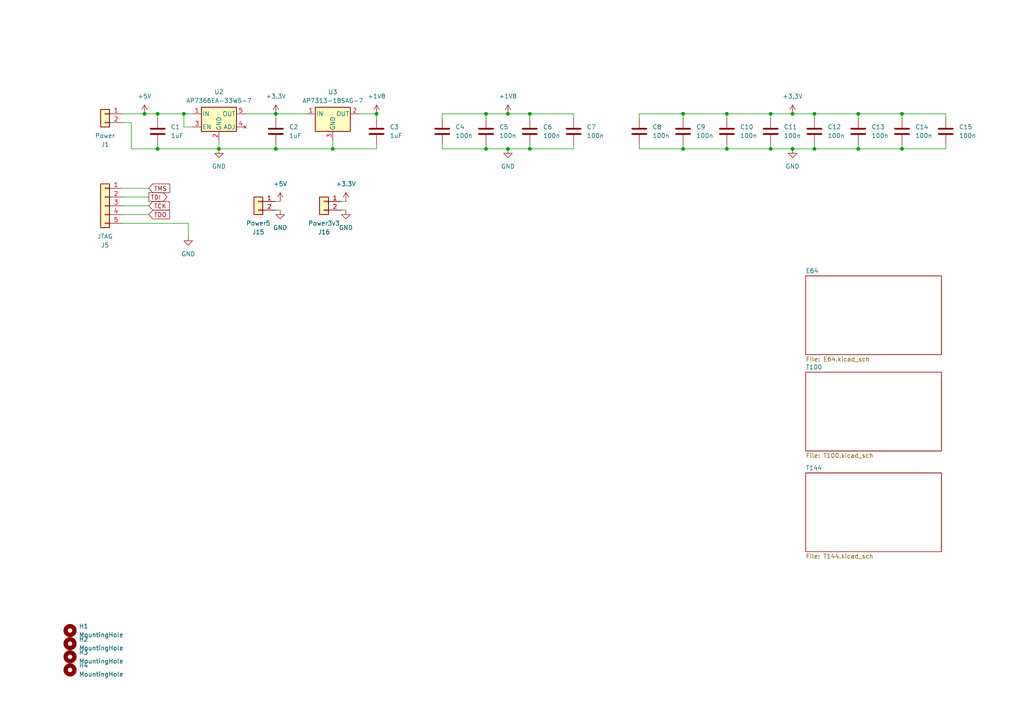
<source format=kicad_sch>
(kicad_sch (version 20230121) (generator eeschema)
  (paper "A4")
  (lib_symbols
    (symbol "0-symbols:AP7313-18SAG-7" (pin_names (offset 0.254))
      (property "Reference" "U" (at -3.81 3.175 0))
      (property "Value" "AP7313-18SAG-7" (at 0 3.175 0))
      (symbol "AP7313-18SAG-7_0_1"
        (rectangle (start -5.08 1.905) (end 5.08 -5.08) (stroke (width 0.254)) (fill (type background)))
      )
      (symbol "AP7313-18SAG-7_1_1"
        (pin power_in line (at -7.62 0 0) (length 2.54) (name "IN") (number "1"))
        (pin power_out line (at 7.62 0 180) (length 2.54) (name "OUT") (number "2"))
        (pin power_in line (at 0 -7.62 90) (length 2.54) (name "GND") (number "3"))
      )
    )
    (symbol "0-symbols:AP7366EA-33W5-7" (pin_names (offset 0.254))
      (property "Reference" "U" (at -3.81 3.175 0))
      (property "Value" "AP7366EA-33W5-7" (at 0 3.175 0))
      (symbol "AP7366EA-33W5-7_0_1"
        (rectangle (start -5.08 1.905) (end 5.08 -5.08) (stroke (width 0.254)) (fill (type background)))
      )
      (symbol "AP7366EA-33W5-7_1_1"
        (pin power_in line (at -7.62 0 0) (length 2.54) (name "IN") (number "1"))
        (pin power_in line (at 0 -7.62 90) (length 2.54) (name "GND") (number "2"))
        (pin input line (at -7.62 -3.81 0) (length 2.54) (name "EN") (number "3"))
        (pin no_connect line (at 7.62 -3.81 180) (length 2.54) (name "ADJ") (number "4"))
        (pin power_out line (at 7.62 0 180) (length 2.54) (name "OUT") (number "5"))
      )
    )
    (symbol "Connector_Generic:Conn_01x02" (pin_names (offset 1.016) hide)
      (property "Reference" "J" (at 0 2.54 0))
      (property "Value" "Conn_01x02" (at 0 -5.08 0))
      (symbol "Conn_01x02_1_1"
        (rectangle (start -1.27 -2.413) (end 0 -2.667) (stroke (width 0.1524)))
        (rectangle (start -1.27 0.127) (end 0 -0.127) (stroke (width 0.1524)))
        (rectangle (start -1.27 1.27) (end 1.27 -3.81) (stroke (width 0.254)) (fill (type background)))
        (pin passive line (at -5.08 0 0) (length 3.81) (name "Pin_1") (number "1"))
        (pin passive line (at -5.08 -2.54 0) (length 3.81) (name "Pin_2") (number "2"))
      )
    )
    (symbol "Connector_Generic:Conn_01x05" (pin_names (offset 1.016) hide)
      (property "Reference" "J" (at 0 7.62 0))
      (property "Value" "Conn_01x05" (at 0 -7.62 0))
      (symbol "Conn_01x05_1_1"
        (rectangle (start -1.27 -4.953) (end 0 -5.207) (stroke (width 0.1524)))
        (rectangle (start -1.27 -2.413) (end 0 -2.667) (stroke (width 0.1524)))
        (rectangle (start -1.27 0.127) (end 0 -0.127) (stroke (width 0.1524)))
        (rectangle (start -1.27 2.667) (end 0 2.413) (stroke (width 0.1524)))
        (rectangle (start -1.27 5.207) (end 0 4.953) (stroke (width 0.1524)))
        (rectangle (start -1.27 6.35) (end 1.27 -6.35) (stroke (width 0.254)) (fill (type background)))
        (pin passive line (at -5.08 5.08 0) (length 3.81) (name "Pin_1") (number "1"))
        (pin passive line (at -5.08 2.54 0) (length 3.81) (name "Pin_2") (number "2"))
        (pin passive line (at -5.08 0 0) (length 3.81) (name "Pin_3") (number "3"))
        (pin passive line (at -5.08 -2.54 0) (length 3.81) (name "Pin_4") (number "4"))
        (pin passive line (at -5.08 -5.08 0) (length 3.81) (name "Pin_5") (number "5"))
      )
    )
    (symbol "Device:C" (pin_numbers hide) (pin_names (offset 0.254))
      (property "Reference" "C" (at 0.635 2.54 0))
      (property "Value" "C" (at 0.635 -2.54 0))
      (symbol "C_0_1"
        (polyline (pts (xy -2.032 -0.762) (xy 2.032 -0.762)) (stroke (width 0.508)))
        (polyline (pts (xy -2.032 0.762) (xy 2.032 0.762)) (stroke (width 0.508)))
      )
      (symbol "C_1_1"
        (pin passive line (at 0 3.81 270) (length 2.794) (name "~") (number "1"))
        (pin passive line (at 0 -3.81 90) (length 2.794) (name "~") (number "2"))
      )
    )
    (symbol "Mechanical:MountingHole" (pin_names (offset 1.016))
      (property "Reference" "H" (at 0 5.08 0))
      (property "Value" "MountingHole" (at 0 3.175 0))
      (symbol "MountingHole_0_1"
        (circle (center 0 0) (radius 1.27) (stroke (width 1.27)))
      )
    )
    (symbol "power:+1V8" (power) (pin_names (offset 0))
      (property "Value" "+1V8" (at 0 3.556 0))
      (symbol "+1V8_0_1"
        (polyline (pts (xy -0.762 1.27) (xy 0 2.54)))
        (polyline (pts (xy 0 0) (xy 0 2.54)))
        (polyline (pts (xy 0 2.54) (xy 0.762 1.27)))
      )
      (symbol "+1V8_1_1"
        (pin power_in line (at 0 0 90) (length 0) hide (name "+1V8") (number "1"))
      )
    )
    (symbol "power:+3.3V" (power) (pin_names (offset 0))
      (property "Value" "+3.3V" (at 0 3.556 0))
      (symbol "+3.3V_0_1"
        (polyline (pts (xy -0.762 1.27) (xy 0 2.54)))
        (polyline (pts (xy 0 0) (xy 0 2.54)))
        (polyline (pts (xy 0 2.54) (xy 0.762 1.27)))
      )
      (symbol "+3.3V_1_1"
        (pin power_in line (at 0 0 90) (length 0) hide (name "+3.3V") (number "1"))
      )
    )
    (symbol "power:+5V" (power) (pin_names (offset 0))
      (property "Value" "+5V" (at 0 3.556 0))
      (symbol "+5V_0_1"
        (polyline (pts (xy -0.762 1.27) (xy 0 2.54)))
        (polyline (pts (xy 0 0) (xy 0 2.54)))
        (polyline (pts (xy 0 2.54) (xy 0.762 1.27)))
      )
      (symbol "+5V_1_1"
        (pin power_in line (at 0 0 90) (length 0) hide (name "+5V") (number "1"))
      )
    )
    (symbol "power:GND" (power) (pin_names (offset 0))
      (property "Value" "GND" (at 0 -3.81 0))
      (symbol "GND_0_1"
        (polyline (pts (xy 0 0) (xy 0 -1.27) (xy 1.27 -1.27) (xy 0 -2.54) (xy -1.27 -1.27) (xy 0 -1.27)))
      )
      (symbol "GND_1_1"
        (pin power_in line (at 0 0 270) (length 0) hide (name "GND") (number "1"))
      )
    )
  )
  (junction (at 198.12 33.02))
  (junction (at 147.32 43.18))
  (junction (at 153.67 43.18))
  (junction (at 45.72 33.02))
  (junction (at 248.92 33.02))
  (junction (at 210.82 33.02))
  (junction (at 261.62 43.18))
  (junction (at 223.52 43.18))
  (junction (at 63.5 43.18))
  (junction (at 140.97 43.18))
  (junction (at 198.12 43.18))
  (junction (at 223.52 33.02))
  (junction (at 236.22 43.18))
  (junction (at 248.92 43.18))
  (junction (at 96.52 43.18))
  (junction (at 261.62 33.02))
  (junction (at 53.34 33.02))
  (junction (at 140.97 33.02))
  (junction (at 229.87 33.02))
  (junction (at 147.32 33.02))
  (junction (at 41.91 33.02))
  (junction (at 236.22 33.02))
  (junction (at 229.87 43.18))
  (junction (at 80.01 43.18))
  (junction (at 45.72 43.18))
  (junction (at 153.67 33.02))
  (junction (at 210.82 43.18))
  (junction (at 109.22 33.02))
  (junction (at 80.01 33.02))
  (wire (pts (xy 35.56 33.02) (xy 41.91 33.02)))
  (wire (pts (xy 99.06 58.42) (xy 100.33 58.42)))
  (wire (pts (xy 153.67 43.18) (xy 166.37 43.18)))
  (wire (pts (xy 80.01 33.02) (xy 80.01 34.29)))
  (wire (pts (xy 210.82 41.91) (xy 210.82 43.18)))
  (wire (pts (xy 35.56 57.15) (xy 43.18 57.15)))
  (wire (pts (xy 53.34 33.02) (xy 53.34 36.83)))
  (wire (pts (xy 153.67 41.91) (xy 153.67 43.18)))
  (wire (pts (xy 166.37 43.18) (xy 166.37 41.91)))
  (wire (pts (xy 198.12 33.02) (xy 210.82 33.02)))
  (wire (pts (xy 248.92 43.18) (xy 261.62 43.18)))
  (wire (pts (xy 45.72 41.91) (xy 45.72 43.18)))
  (wire (pts (xy 185.42 43.18) (xy 185.42 41.91)))
  (wire (pts (xy 53.34 33.02) (xy 55.88 33.02)))
  (wire (pts (xy 80.01 43.18) (xy 80.01 41.91)))
  (wire (pts (xy 236.22 43.18) (xy 236.22 41.91)))
  (wire (pts (xy 38.1 43.18) (xy 38.1 35.56)))
  (wire (pts (xy 198.12 41.91) (xy 198.12 43.18)))
  (wire (pts (xy 185.42 34.29) (xy 185.42 33.02)))
  (wire (pts (xy 35.56 62.23) (xy 43.18 62.23)))
  (wire (pts (xy 80.01 33.02) (xy 88.9 33.02)))
  (wire (pts (xy 147.32 33.02) (xy 153.67 33.02)))
  (wire (pts (xy 236.22 43.18) (xy 248.92 43.18)))
  (wire (pts (xy 45.72 33.02) (xy 53.34 33.02)))
  (wire (pts (xy 63.5 43.18) (xy 45.72 43.18)))
  (wire (pts (xy 223.52 43.18) (xy 229.87 43.18)))
  (wire (pts (xy 128.27 41.91) (xy 128.27 43.18)))
  (wire (pts (xy 185.42 33.02) (xy 198.12 33.02)))
  (wire (pts (xy 80.01 58.42) (xy 81.28 58.42)))
  (wire (pts (xy 128.27 43.18) (xy 140.97 43.18)))
  (wire (pts (xy 223.52 43.18) (xy 210.82 43.18)))
  (wire (pts (xy 153.67 43.18) (xy 147.32 43.18)))
  (wire (pts (xy 80.01 43.18) (xy 96.52 43.18)))
  (wire (pts (xy 99.06 60.96) (xy 100.33 60.96)))
  (wire (pts (xy 80.01 60.96) (xy 81.28 60.96)))
  (wire (pts (xy 128.27 33.02) (xy 140.97 33.02)))
  (wire (pts (xy 198.12 33.02) (xy 198.12 34.29)))
  (wire (pts (xy 109.22 33.02) (xy 109.22 34.29)))
  (wire (pts (xy 274.32 33.02) (xy 274.32 34.29)))
  (wire (pts (xy 166.37 33.02) (xy 166.37 34.29)))
  (wire (pts (xy 261.62 33.02) (xy 274.32 33.02)))
  (wire (pts (xy 54.61 64.77) (xy 54.61 68.58)))
  (wire (pts (xy 261.62 33.02) (xy 261.62 34.29)))
  (wire (pts (xy 198.12 43.18) (xy 210.82 43.18)))
  (wire (pts (xy 35.56 59.69) (xy 43.18 59.69)))
  (wire (pts (xy 153.67 33.02) (xy 166.37 33.02)))
  (wire (pts (xy 210.82 33.02) (xy 210.82 34.29)))
  (wire (pts (xy 63.5 43.18) (xy 63.5 40.64)))
  (wire (pts (xy 210.82 33.02) (xy 223.52 33.02)))
  (wire (pts (xy 96.52 43.18) (xy 109.22 43.18)))
  (wire (pts (xy 140.97 33.02) (xy 140.97 34.29)))
  (wire (pts (xy 63.5 43.18) (xy 80.01 43.18)))
  (wire (pts (xy 223.52 41.91) (xy 223.52 43.18)))
  (wire (pts (xy 248.92 33.02) (xy 248.92 34.29)))
  (wire (pts (xy 55.88 36.83) (xy 53.34 36.83)))
  (wire (pts (xy 223.52 33.02) (xy 223.52 34.29)))
  (wire (pts (xy 38.1 35.56) (xy 35.56 35.56)))
  (wire (pts (xy 229.87 43.18) (xy 236.22 43.18)))
  (wire (pts (xy 140.97 41.91) (xy 140.97 43.18)))
  (wire (pts (xy 109.22 43.18) (xy 109.22 41.91)))
  (wire (pts (xy 153.67 33.02) (xy 153.67 34.29)))
  (wire (pts (xy 45.72 43.18) (xy 38.1 43.18)))
  (wire (pts (xy 261.62 43.18) (xy 274.32 43.18)))
  (wire (pts (xy 229.87 33.02) (xy 236.22 33.02)))
  (wire (pts (xy 261.62 43.18) (xy 261.62 41.91)))
  (wire (pts (xy 104.14 33.02) (xy 109.22 33.02)))
  (wire (pts (xy 248.92 33.02) (xy 261.62 33.02)))
  (wire (pts (xy 248.92 43.18) (xy 248.92 41.91)))
  (wire (pts (xy 96.52 43.18) (xy 96.52 40.64)))
  (wire (pts (xy 41.91 33.02) (xy 45.72 33.02)))
  (wire (pts (xy 71.12 33.02) (xy 80.01 33.02)))
  (wire (pts (xy 35.56 54.61) (xy 43.18 54.61)))
  (wire (pts (xy 147.32 43.18) (xy 140.97 43.18)))
  (wire (pts (xy 128.27 34.29) (xy 128.27 33.02)))
  (wire (pts (xy 236.22 33.02) (xy 236.22 34.29)))
  (wire (pts (xy 236.22 33.02) (xy 248.92 33.02)))
  (wire (pts (xy 35.56 64.77) (xy 54.61 64.77)))
  (wire (pts (xy 140.97 33.02) (xy 147.32 33.02)))
  (wire (pts (xy 223.52 33.02) (xy 229.87 33.02)))
  (wire (pts (xy 198.12 43.18) (xy 185.42 43.18)))
  (wire (pts (xy 45.72 33.02) (xy 45.72 34.29)))
  (wire (pts (xy 274.32 43.18) (xy 274.32 41.91)))
  (global_label "TMS" (shape input) (at 43.18 54.61 0) (property "Intersheetrefs" "${INTERSHEET_REFS}" (effects hide)))
  (global_label "TDI" (shape output) (at 43.18 57.15 0) (property "Intersheetrefs" "${INTERSHEET_REFS}" (effects hide)))
  (global_label "TCK" (shape input) (at 43.18 59.69 0) (property "Intersheetrefs" "${INTERSHEET_REFS}" (effects hide)))
  (global_label "TDO" (shape input) (at 43.18 62.23 0) (property "Intersheetrefs" "${INTERSHEET_REFS}" (effects hide)))
  (symbol (lib_id "Device:C") (at 210.82 38.1 0) (unit 1)
    (property "Reference" "C10" (at 214.63 36.83 0) (effects (justify left)))
    (property "Value" "100n" (at 214.63 39.37 0) (effects (justify left)))
    (property "Footprint" "Capacitor_SMD:C_1206_3216Metric_Pad1.33x1.80mm_HandSolder" (effects hide))
  )
  (symbol (lib_id "Connector_Generic:Conn_01x05") (at 30.48 59.69 0) (mirror y) (unit 1)
    (property "Reference" "J5" (at 30.48 71.12 0))
    (property "Value" "JTAG" (at 30.48 68.58 0))
    (property "Footprint" "Connector_PinSocket_2.54mm:PinSocket_1x05_P2.54mm_Vertical" (effects hide))
  )
  (symbol (lib_id "Device:C") (at 80.01 38.1 0) (unit 1)
    (property "Reference" "C2" (at 83.82 36.83 0) (effects (justify left)))
    (property "Value" "1uF" (at 83.82 39.37 0) (effects (justify left)))
    (property "Footprint" "Capacitor_SMD:C_1206_3216Metric_Pad1.33x1.80mm_HandSolder" (effects hide))
  )
  (symbol (lib_id "Device:C") (at 185.42 38.1 0) (unit 1)
    (property "Reference" "C8" (at 189.23 36.83 0) (effects (justify left)))
    (property "Value" "100n" (at 189.23 39.37 0) (effects (justify left)))
    (property "Footprint" "Capacitor_SMD:C_1206_3216Metric_Pad1.33x1.80mm_HandSolder" (effects hide))
  )
  (symbol (lib_id "Mechanical:MountingHole") (at 20.32 182.88 0) (unit 1)
    (property "Reference" "H1" (at 22.86 181.61 0) (effects (justify left)))
    (property "Value" "MountingHole" (at 22.86 184.15 0) (effects (justify left)))
    (property "Footprint" "MountingHole:MountingHole_4mm" (effects hide))
  )
  (symbol (lib_id "0-symbols:AP7366EA-33W5-7") (at 63.5 33.02 0) (unit 1)
    (property "Reference" "U2" (at 63.5 26.67 0))
    (property "Value" "AP7366EA-33W5-7" (at 63.5 29.21 0))
    (property "Footprint" "Package_TO_SOT_SMD:SOT-23-5_HandSoldering" (effects hide))
  )
  (symbol (lib_id "power:+1V8") (at 109.22 33.02 0) (unit 1)
    (property "Reference" "#PWR04" (effects hide))
    (property "Value" "+1V8" (at 109.22 27.94 0))
  )
  (symbol (lib_id "Device:C") (at 248.92 38.1 0) (unit 1)
    (property "Reference" "C13" (at 252.73 36.83 0) (effects (justify left)))
    (property "Value" "100n" (at 252.73 39.37 0) (effects (justify left)))
    (property "Footprint" "Capacitor_SMD:C_1206_3216Metric_Pad1.33x1.80mm_HandSolder" (effects hide))
  )
  (symbol (lib_id "power:GND") (at 147.32 43.18 0) (unit 1)
    (property "Reference" "#PWR07" (effects hide))
    (property "Value" "GND" (at 147.32 48.26 0))
  )
  (symbol (lib_id "power:GND") (at 229.87 43.18 0) (unit 1)
    (property "Reference" "#PWR09" (effects hide))
    (property "Value" "GND" (at 229.87 48.26 0))
  )
  (symbol (lib_id "power:+1V8") (at 147.32 33.02 0) (unit 1)
    (property "Reference" "#PWR06" (effects hide))
    (property "Value" "+1V8" (at 147.32 27.94 0))
  )
  (symbol (lib_id "Connector_Generic:Conn_01x02") (at 30.48 33.02 0) (mirror y) (unit 1)
    (property "Reference" "J1" (at 30.48 41.91 0))
    (property "Value" "Power" (at 30.48 39.37 0))
    (property "Footprint" "Connector_PinSocket_2.54mm:PinSocket_1x02_P2.54mm_Vertical" (effects hide))
  )
  (symbol (lib_id "Mechanical:MountingHole") (at 20.32 194.31 0) (unit 1)
    (property "Reference" "H4" (at 22.86 193.04 0) (effects (justify left)))
    (property "Value" "MountingHole" (at 22.86 195.58 0) (effects (justify left)))
    (property "Footprint" "MountingHole:MountingHole_4mm" (effects hide))
  )
  (symbol (lib_id "Device:C") (at 153.67 38.1 0) (unit 1)
    (property "Reference" "C6" (at 157.48 36.83 0) (effects (justify left)))
    (property "Value" "100n" (at 157.48 39.37 0) (effects (justify left)))
    (property "Footprint" "Capacitor_SMD:C_1206_3216Metric_Pad1.33x1.80mm_HandSolder" (effects hide))
  )
  (symbol (lib_id "0-symbols:AP7313-18SAG-7") (at 96.52 33.02 0) (unit 1)
    (property "Reference" "U3" (at 96.52 26.67 0))
    (property "Value" "AP7313-18SAG-7" (at 96.52 29.21 0))
    (property "Footprint" "Package_TO_SOT_SMD:SOT-23_Handsoldering" (effects hide))
  )
  (symbol (lib_id "power:+3.3V") (at 80.01 33.02 0) (unit 1)
    (property "Reference" "#PWR03" (effects hide))
    (property "Value" "+3.3V" (at 80.01 27.94 0))
  )
  (symbol (lib_id "Device:C") (at 274.32 38.1 0) (unit 1)
    (property "Reference" "C15" (at 278.13 36.83 0) (effects (justify left)))
    (property "Value" "100n" (at 278.13 39.37 0) (effects (justify left)))
    (property "Footprint" "Capacitor_SMD:C_1206_3216Metric_Pad1.33x1.80mm_HandSolder" (effects hide))
  )
  (symbol (lib_id "power:GND") (at 100.33 60.96 0) (unit 1)
    (property "Reference" "#PWR063" (effects hide))
    (property "Value" "GND" (at 100.33 66.04 0))
  )
  (symbol (lib_id "Device:C") (at 198.12 38.1 0) (unit 1)
    (property "Reference" "C9" (at 201.93 36.83 0) (effects (justify left)))
    (property "Value" "100n" (at 201.93 39.37 0) (effects (justify left)))
    (property "Footprint" "Capacitor_SMD:C_1206_3216Metric_Pad1.33x1.80mm_HandSolder" (effects hide))
  )
  (symbol (lib_id "Mechanical:MountingHole") (at 20.32 186.69 0) (unit 1)
    (property "Reference" "H2" (at 22.86 185.42 0) (effects (justify left)))
    (property "Value" "MountingHole" (at 22.86 187.96 0) (effects (justify left)))
    (property "Footprint" "MountingHole:MountingHole_4mm" (effects hide))
  )
  (symbol (lib_id "power:GND") (at 54.61 68.58 0) (unit 1)
    (property "Reference" "#PWR05" (effects hide))
    (property "Value" "GND" (at 54.61 73.66 0))
  )
  (symbol (lib_id "Connector_Generic:Conn_01x02") (at 93.98 58.42 0) (mirror y) (unit 1)
    (property "Reference" "J16" (at 93.98 67.31 0))
    (property "Value" "Power3v3" (at 93.98 64.77 0))
    (property "Footprint" "Connector_PinSocket_2.54mm:PinSocket_1x02_P2.54mm_Vertical" (effects hide))
  )
  (symbol (lib_id "Device:C") (at 128.27 38.1 0) (unit 1)
    (property "Reference" "C4" (at 132.08 36.83 0) (effects (justify left)))
    (property "Value" "100n" (at 132.08 39.37 0) (effects (justify left)))
    (property "Footprint" "Capacitor_SMD:C_1206_3216Metric_Pad1.33x1.80mm_HandSolder" (effects hide))
  )
  (symbol (lib_id "Mechanical:MountingHole") (at 20.32 190.5 0) (unit 1)
    (property "Reference" "H3" (at 22.86 189.23 0) (effects (justify left)))
    (property "Value" "MountingHole" (at 22.86 191.77 0) (effects (justify left)))
    (property "Footprint" "MountingHole:MountingHole_4mm" (effects hide))
  )
  (symbol (lib_id "Device:C") (at 140.97 38.1 0) (unit 1)
    (property "Reference" "C5" (at 144.78 36.83 0) (effects (justify left)))
    (property "Value" "100n" (at 144.78 39.37 0) (effects (justify left)))
    (property "Footprint" "Capacitor_SMD:C_1206_3216Metric_Pad1.33x1.80mm_HandSolder" (effects hide))
  )
  (symbol (lib_id "Device:C") (at 261.62 38.1 0) (unit 1)
    (property "Reference" "C14" (at 265.43 36.83 0) (effects (justify left)))
    (property "Value" "100n" (at 265.43 39.37 0) (effects (justify left)))
    (property "Footprint" "Capacitor_SMD:C_1206_3216Metric_Pad1.33x1.80mm_HandSolder" (effects hide))
  )
  (symbol (lib_id "Device:C") (at 166.37 38.1 0) (unit 1)
    (property "Reference" "C7" (at 170.18 36.83 0) (effects (justify left)))
    (property "Value" "100n" (at 170.18 39.37 0) (effects (justify left)))
    (property "Footprint" "Capacitor_SMD:C_1206_3216Metric_Pad1.33x1.80mm_HandSolder" (effects hide))
  )
  (symbol (lib_id "power:+5V") (at 41.91 33.02 0) (unit 1)
    (property "Reference" "#PWR02" (effects hide))
    (property "Value" "+5V" (at 41.91 27.94 0))
  )
  (symbol (lib_id "power:+3.3V") (at 229.87 33.02 0) (unit 1)
    (property "Reference" "#PWR08" (effects hide))
    (property "Value" "+3.3V" (at 229.87 27.94 0))
  )
  (symbol (lib_id "Device:C") (at 45.72 38.1 0) (unit 1)
    (property "Reference" "C1" (at 49.53 36.83 0) (effects (justify left)))
    (property "Value" "1uF" (at 49.53 39.37 0) (effects (justify left)))
    (property "Footprint" "Capacitor_SMD:C_1206_3216Metric_Pad1.33x1.80mm_HandSolder" (effects hide))
  )
  (symbol (lib_id "power:GND") (at 63.5 43.18 0) (unit 1)
    (property "Reference" "#PWR01" (effects hide))
    (property "Value" "GND" (at 63.5 48.26 0))
  )
  (symbol (lib_id "Device:C") (at 223.52 38.1 0) (unit 1)
    (property "Reference" "C11" (at 227.33 36.83 0) (effects (justify left)))
    (property "Value" "100n" (at 227.33 39.37 0) (effects (justify left)))
    (property "Footprint" "Capacitor_SMD:C_1206_3216Metric_Pad1.33x1.80mm_HandSolder" (effects hide))
  )
  (symbol (lib_id "power:+5V") (at 81.28 58.42 0) (unit 1)
    (property "Reference" "#PWR060" (effects hide))
    (property "Value" "+5V" (at 81.28 53.34 0))
  )
  (symbol (lib_id "Device:C") (at 109.22 38.1 0) (unit 1)
    (property "Reference" "C3" (at 113.03 36.83 0) (effects (justify left)))
    (property "Value" "1uF" (at 113.03 39.37 0) (effects (justify left)))
    (property "Footprint" "Capacitor_SMD:C_1206_3216Metric_Pad1.33x1.80mm_HandSolder" (effects hide))
  )
  (symbol (lib_id "power:GND") (at 81.28 60.96 0) (unit 1)
    (property "Reference" "#PWR062" (effects hide))
    (property "Value" "GND" (at 81.28 66.04 0))
  )
  (symbol (lib_id "power:+3.3V") (at 100.33 58.42 0) (unit 1)
    (property "Reference" "#PWR061" (effects hide))
    (property "Value" "+3.3V" (at 100.33 53.34 0))
  )
  (symbol (lib_id "Device:C") (at 236.22 38.1 0) (unit 1)
    (property "Reference" "C12" (at 240.03 36.83 0) (effects (justify left)))
    (property "Value" "100n" (at 240.03 39.37 0) (effects (justify left)))
    (property "Footprint" "Capacitor_SMD:C_1206_3216Metric_Pad1.33x1.80mm_HandSolder" (effects hide))
  )
  (symbol (lib_id "Connector_Generic:Conn_01x02") (at 74.93 58.42 0) (mirror y) (unit 1)
    (property "Reference" "J15" (at 74.93 67.31 0))
    (property "Value" "Power5" (at 74.93 64.77 0))
    (property "Footprint" "Connector_PinSocket_2.54mm:PinSocket_1x02_P2.54mm_Vertical" (effects hide))
  )
  (sheet (at 233.68 107.95) (size 39.37 22.86) (stroke (width 0.1524))
    (property "Sheetname" "T100" (at 233.68 107.2384 0) (effects (justify left bottom)))
    (property "Sheetfile" "T100.kicad_sch" (at 233.68 131.3946 0) (effects (justify left top)))
  )
  (sheet (at 233.68 137.16) (size 39.37 22.86) (stroke (width 0.1524))
    (property "Sheetname" "T144" (at 233.68 136.4484 0) (effects (justify left bottom)))
    (property "Sheetfile" "T144.kicad_sch" (at 233.68 160.6046 0) (effects (justify left top)))
  )
  (sheet (at 233.68 80.01) (size 39.37 22.86) (stroke (width 0.1524))
    (property "Sheetname" "E64" (at 233.68 79.2984 0) (effects (justify left bottom)))
    (property "Sheetfile" "E64.kicad_sch" (at 233.68 103.4546 0) (effects (justify left top)))
  )
)
</source>
